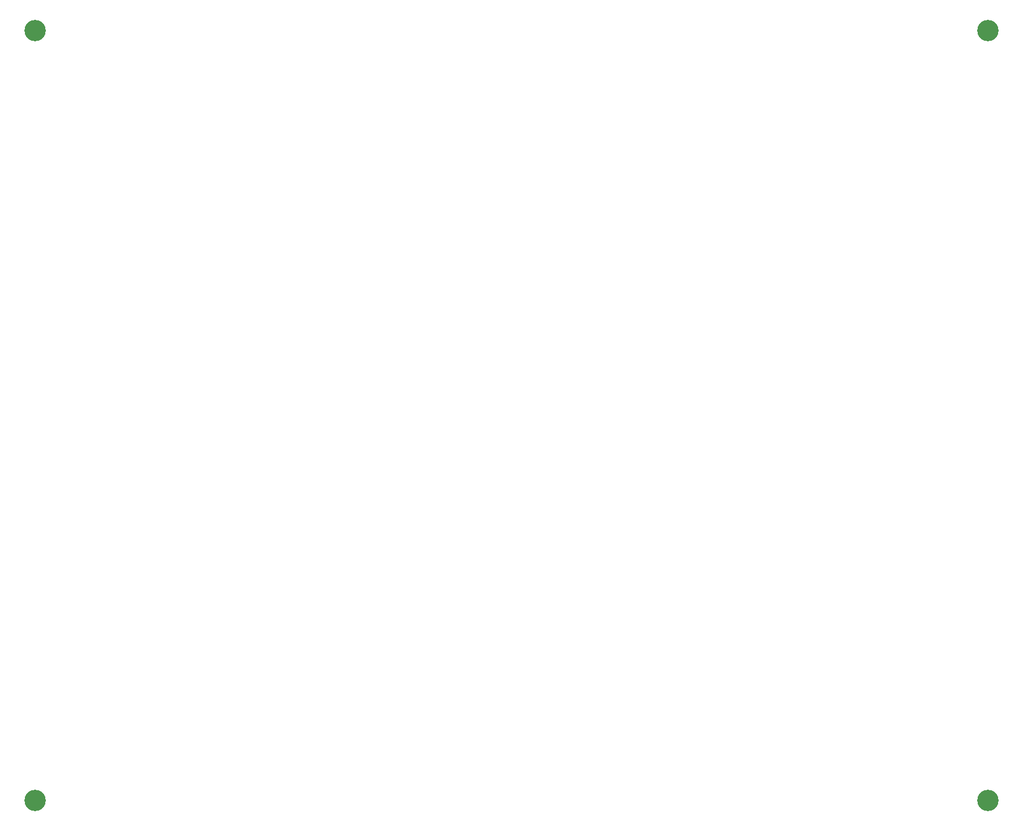
<source format=gbr>
%TF.GenerationSoftware,KiCad,Pcbnew,9.0.4*%
%TF.CreationDate,2025-08-27T10:42:51+02:00*%
%TF.ProjectId,ICU_festiwal,4943555f-6665-4737-9469-77616c2e6b69,V1.0*%
%TF.SameCoordinates,Original*%
%TF.FileFunction,NonPlated,1,2,NPTH,Drill*%
%TF.FilePolarity,Positive*%
%FSLAX46Y46*%
G04 Gerber Fmt 4.6, Leading zero omitted, Abs format (unit mm)*
G04 Created by KiCad (PCBNEW 9.0.4) date 2025-08-27 10:42:51*
%MOMM*%
%LPD*%
G01*
G04 APERTURE LIST*
%TA.AperFunction,ComponentDrill*%
%ADD10C,3.200000*%
%TD*%
G04 APERTURE END LIST*
D10*
%TO.C,REF\u002A\u002A*%
X48250000Y-40900000D03*
X48250000Y-156100000D03*
X190750000Y-40950000D03*
X190750000Y-156100000D03*
M02*

</source>
